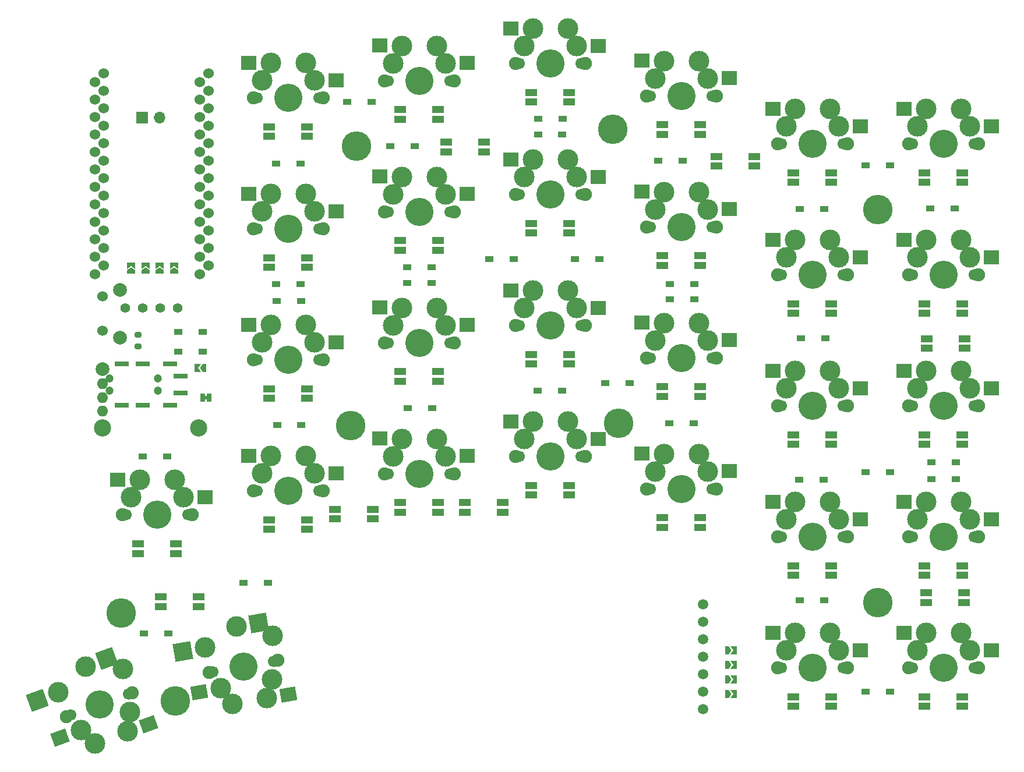
<source format=gbr>
G04 #@! TF.GenerationSoftware,KiCad,Pcbnew,8.0.5*
G04 #@! TF.CreationDate,2024-11-19T21:37:07+08:00*
G04 #@! TF.ProjectId,keyball61_right,6b657962-616c-46c3-9631-5f7269676874,rev?*
G04 #@! TF.SameCoordinates,Original*
G04 #@! TF.FileFunction,Soldermask,Top*
G04 #@! TF.FilePolarity,Negative*
%FSLAX46Y46*%
G04 Gerber Fmt 4.6, Leading zero omitted, Abs format (unit mm)*
G04 Created by KiCad (PCBNEW 8.0.5) date 2024-11-19 21:37:07*
%MOMM*%
%LPD*%
G01*
G04 APERTURE LIST*
G04 Aperture macros list*
%AMRoundRect*
0 Rectangle with rounded corners*
0 $1 Rounding radius*
0 $2 $3 $4 $5 $6 $7 $8 $9 X,Y pos of 4 corners*
0 Add a 4 corners polygon primitive as box body*
4,1,4,$2,$3,$4,$5,$6,$7,$8,$9,$2,$3,0*
0 Add four circle primitives for the rounded corners*
1,1,$1+$1,$2,$3*
1,1,$1+$1,$4,$5*
1,1,$1+$1,$6,$7*
1,1,$1+$1,$8,$9*
0 Add four rect primitives between the rounded corners*
20,1,$1+$1,$2,$3,$4,$5,0*
20,1,$1+$1,$4,$5,$6,$7,0*
20,1,$1+$1,$6,$7,$8,$9,0*
20,1,$1+$1,$8,$9,$2,$3,0*%
%AMRotRect*
0 Rectangle, with rotation*
0 The origin of the aperture is its center*
0 $1 length*
0 $2 width*
0 $3 Rotation angle, in degrees counterclockwise*
0 Add horizontal line*
21,1,$1,$2,0,0,$3*%
%AMFreePoly0*
4,1,7,0.575000,0.000000,0.175000,-0.571500,-0.175000,-0.571500,-0.300000,-0.571500,-0.300000,0.571500,0.175000,0.571500,0.575000,0.000000,0.575000,0.000000,$1*%
%AMFreePoly1*
4,1,8,0.317500,-0.571500,0.175000,-0.571500,-0.175000,-0.571500,-0.575000,-0.571500,-0.175000,0.000000,-0.575000,0.571500,0.317500,0.571500,0.317500,-0.571500,0.317500,-0.571500,$1*%
G04 Aperture macros list end*
%ADD10C,1.397000*%
%ADD11C,1.500000*%
%ADD12C,2.500000*%
%ADD13C,4.300000*%
%ADD14C,1.200000*%
%ADD15R,2.100000X0.800000*%
%ADD16FreePoly0,0.000000*%
%ADD17FreePoly1,0.000000*%
%ADD18FreePoly0,90.000000*%
%ADD19FreePoly1,90.000000*%
%ADD20FreePoly0,180.000000*%
%ADD21FreePoly1,180.000000*%
%ADD22R,0.400000X0.600000*%
%ADD23R,0.635000X1.143000*%
%ADD24R,1.700000X1.000000*%
%ADD25RoundRect,0.200000X0.275000X-0.200000X0.275000X0.200000X-0.275000X0.200000X-0.275000X-0.200000X0*%
%ADD26C,1.900000*%
%ADD27C,1.700000*%
%ADD28C,3.000000*%
%ADD29C,4.100000*%
%ADD30R,2.300000X2.000000*%
%ADD31RotRect,2.300000X2.000000X10.000000*%
%ADD32RotRect,2.600000X2.600000X190.000000*%
%ADD33C,1.524000*%
%ADD34RotRect,2.300000X2.000000X20.000000*%
%ADD35RotRect,2.600000X2.600000X200.000000*%
%ADD36C,2.000000*%
%ADD37R,1.300000X0.950000*%
%ADD38O,1.600000X1.600000*%
%ADD39R,1.700000X1.700000*%
%ADD40O,1.700000X1.700000*%
G04 APERTURE END LIST*
D10*
X94280001Y-81879712D03*
X96820001Y-81879712D03*
X99360001Y-81879712D03*
X101900001Y-81879712D03*
D11*
X178271000Y-124925000D03*
X178271000Y-127465000D03*
X178271000Y-130005000D03*
X178271000Y-132545000D03*
X178271000Y-135085000D03*
X178271000Y-137625000D03*
X178271000Y-140165000D03*
D12*
X104989000Y-99294700D03*
X90989100Y-99294700D03*
D13*
X165167000Y-55844700D03*
X127903000Y-58344700D03*
X127067000Y-98944700D03*
X93675100Y-126205000D03*
X203685000Y-67544700D03*
X203685000Y-124695000D03*
X101589000Y-139008000D03*
X166003000Y-98644700D03*
D14*
X92004100Y-93870000D03*
X99004100Y-93870000D03*
X92004100Y-92120000D03*
X99004100Y-92120000D03*
D15*
X102304100Y-94220000D03*
X102304100Y-91770000D03*
X93804100Y-95970000D03*
X93804100Y-90020000D03*
X96804100Y-95970000D03*
X96804100Y-90020000D03*
X100804100Y-95970000D03*
X100804100Y-90020000D03*
D16*
X181809620Y-131669424D03*
D17*
X182810380Y-131669424D03*
D18*
X95110000Y-76570080D03*
D19*
X95110000Y-75569320D03*
D16*
X181809620Y-133769424D03*
D17*
X182810380Y-133769424D03*
D18*
X97210000Y-76570080D03*
D19*
X97210000Y-75569320D03*
D16*
X181809620Y-135869424D03*
D17*
X182810380Y-135869424D03*
D18*
X99310000Y-76570080D03*
D19*
X99310000Y-75569320D03*
D16*
X181809620Y-137969424D03*
D17*
X182810380Y-137969424D03*
D18*
X101400000Y-76570080D03*
D19*
X101400000Y-75569320D03*
D20*
X105680381Y-90559712D03*
D21*
X104679621Y-90559712D03*
D22*
X106010000Y-94869700D03*
D23*
X106510380Y-94869700D03*
X105509620Y-94869700D03*
D24*
X104960000Y-125270000D03*
X104960000Y-123870000D03*
X99460000Y-123870000D03*
X99460000Y-125270000D03*
X130259000Y-112529712D03*
X130259000Y-111129712D03*
X124759000Y-111129712D03*
X124759000Y-112529712D03*
X216189000Y-124705000D03*
X216189000Y-123305000D03*
X210689000Y-123305000D03*
X210689000Y-124705000D03*
X216269000Y-87744700D03*
X216269000Y-86344700D03*
X210769000Y-86344700D03*
X210769000Y-87744700D03*
X185699000Y-61234700D03*
X185699000Y-59834700D03*
X180199000Y-59834700D03*
X180199000Y-61234700D03*
X146409000Y-59174700D03*
X146409000Y-57774700D03*
X140909000Y-57774700D03*
X140909000Y-59174700D03*
X215960000Y-62219700D03*
X215960000Y-63619700D03*
X210460000Y-63619700D03*
X210460000Y-62219700D03*
X215960000Y-81269700D03*
X215960000Y-82669700D03*
X210460000Y-82669700D03*
X210460000Y-81269700D03*
X215960000Y-100320000D03*
X215960000Y-101720000D03*
X210460000Y-101720000D03*
X210460000Y-100320000D03*
X215960000Y-119370000D03*
X215960000Y-120770000D03*
X210460000Y-120770000D03*
X210460000Y-119370000D03*
X215960000Y-138420000D03*
X215960000Y-139820000D03*
X210460000Y-139820000D03*
X210460000Y-138420000D03*
X196910000Y-62219700D03*
X196910000Y-63619700D03*
X191410000Y-63619700D03*
X191410000Y-62219700D03*
X196910000Y-81269700D03*
X196910000Y-82669700D03*
X191410000Y-82669700D03*
X191410000Y-81269700D03*
X196910000Y-100320000D03*
X196910000Y-101720000D03*
X191410000Y-101720000D03*
X191410000Y-100320000D03*
X196910000Y-119370000D03*
X196910000Y-120770000D03*
X191410000Y-120770000D03*
X191410000Y-119370000D03*
X196910000Y-138420000D03*
X196910000Y-139820000D03*
X191410000Y-139820000D03*
X191410000Y-138420000D03*
X177860000Y-55219700D03*
X177860000Y-56619700D03*
X172360000Y-56619700D03*
X172360000Y-55219700D03*
X177860000Y-74269700D03*
X177860000Y-75669700D03*
X172360000Y-75669700D03*
X172360000Y-74269700D03*
X177860000Y-93319700D03*
X177860000Y-94719700D03*
X172360000Y-94719700D03*
X172360000Y-93319700D03*
X177860000Y-112370000D03*
X177860000Y-113770000D03*
X172360000Y-113770000D03*
X172360000Y-112370000D03*
X158810000Y-50519700D03*
X158810000Y-51919700D03*
X153310000Y-51919700D03*
X153310000Y-50519700D03*
X158810000Y-69569700D03*
X158810000Y-70969700D03*
X153310000Y-70969700D03*
X153310000Y-69569700D03*
X158810000Y-88619700D03*
X158810000Y-90019700D03*
X153310000Y-90019700D03*
X153310000Y-88619700D03*
X158810000Y-107670000D03*
X158810000Y-109070000D03*
X153310000Y-109070000D03*
X153310000Y-107670000D03*
X139760000Y-53019700D03*
X139760000Y-54419700D03*
X134260000Y-54419700D03*
X134260000Y-53019700D03*
X139760000Y-72069700D03*
X139760000Y-73469700D03*
X134260000Y-73469700D03*
X134260000Y-72069700D03*
X139760000Y-91119700D03*
X139760000Y-92519700D03*
X134260000Y-92519700D03*
X134260000Y-91119700D03*
X139760000Y-110170000D03*
X139760000Y-111570000D03*
X134260000Y-111570000D03*
X134260000Y-110170000D03*
X120710000Y-55519700D03*
X120710000Y-56919700D03*
X115210000Y-56919700D03*
X115210000Y-55519700D03*
X120710000Y-74569700D03*
X120710000Y-75969700D03*
X115210000Y-75969700D03*
X115210000Y-74569700D03*
X120710000Y-93619700D03*
X120710000Y-95019700D03*
X115210000Y-95019700D03*
X115210000Y-93619700D03*
X120710000Y-112670000D03*
X120710000Y-114070000D03*
X115210000Y-114070000D03*
X115210000Y-112670000D03*
X101660000Y-116170000D03*
X101660000Y-117570000D03*
X96160000Y-117570000D03*
X96160000Y-116170000D03*
D25*
X96110001Y-87419712D03*
X96110001Y-85769712D03*
D26*
X208130000Y-58019700D03*
D27*
X208710000Y-58019700D03*
D28*
X209400000Y-55479700D03*
X210670000Y-52939700D03*
D29*
X213210000Y-58019700D03*
D28*
X215750000Y-52939700D03*
X217020000Y-55479699D03*
D27*
X217710000Y-58019700D03*
D26*
X218290000Y-58019700D03*
D30*
X207510000Y-52899700D03*
X220210000Y-55439700D03*
D26*
X189080000Y-58019700D03*
D27*
X189660000Y-58019700D03*
D28*
X190350000Y-55479700D03*
X191620000Y-52939700D03*
D29*
X194160000Y-58019700D03*
D28*
X196700000Y-52939700D03*
X197970000Y-55479699D03*
D27*
X198660000Y-58019700D03*
D26*
X199240000Y-58019700D03*
D30*
X188460000Y-52899700D03*
X201160000Y-55439700D03*
D26*
X170030000Y-51019700D03*
D27*
X170610000Y-51019700D03*
D28*
X171300000Y-48479700D03*
X172570000Y-45939700D03*
D29*
X175110000Y-51019700D03*
D28*
X177650000Y-45939700D03*
X178920000Y-48479699D03*
D27*
X179610000Y-51019700D03*
D26*
X180190000Y-51019700D03*
D30*
X169410000Y-45899700D03*
X182110000Y-48439700D03*
D26*
X150980000Y-46319700D03*
D27*
X151560000Y-46319700D03*
D28*
X152250000Y-43779700D03*
X153520000Y-41239700D03*
D29*
X156060000Y-46319700D03*
D28*
X158600000Y-41239700D03*
X159870000Y-43779699D03*
D27*
X160560000Y-46319700D03*
D26*
X161140000Y-46319700D03*
D30*
X150360000Y-41199700D03*
X163060000Y-43739700D03*
D26*
X131930000Y-48819700D03*
D27*
X132510000Y-48819700D03*
D28*
X133200000Y-46279700D03*
X134470000Y-43739700D03*
D29*
X137010000Y-48819700D03*
D28*
X139550000Y-43739700D03*
X140820000Y-46279699D03*
D27*
X141510000Y-48819700D03*
D26*
X142090000Y-48819700D03*
D30*
X131310000Y-43699700D03*
X144010000Y-46239700D03*
D26*
X112880000Y-51319700D03*
D27*
X113460000Y-51319700D03*
D28*
X114150000Y-48779700D03*
X115420000Y-46239700D03*
D29*
X117960000Y-51319700D03*
D28*
X120500000Y-46239700D03*
X121770000Y-48779699D03*
D27*
X122460000Y-51319700D03*
D26*
X123040000Y-51319700D03*
D30*
X112260000Y-46199700D03*
X124960000Y-48739700D03*
D26*
X208130000Y-77069700D03*
D27*
X208710000Y-77069700D03*
D28*
X209400000Y-74529700D03*
X210670000Y-71989700D03*
D29*
X213210000Y-77069700D03*
D28*
X215750000Y-71989700D03*
X217020000Y-74529699D03*
D27*
X217710000Y-77069700D03*
D26*
X218290000Y-77069700D03*
D30*
X207510000Y-71949700D03*
X220210000Y-74489700D03*
D26*
X170030000Y-70069700D03*
D27*
X170610000Y-70069700D03*
D28*
X171300000Y-67529700D03*
X172570000Y-64989700D03*
D29*
X175110000Y-70069700D03*
D28*
X177650000Y-64989700D03*
X178920000Y-67529699D03*
D27*
X179610000Y-70069700D03*
D26*
X180190000Y-70069700D03*
D30*
X169410000Y-64949700D03*
X182110000Y-67489700D03*
D26*
X150980000Y-65369700D03*
D27*
X151560000Y-65369700D03*
D28*
X152250000Y-62829700D03*
X153520000Y-60289700D03*
D29*
X156060000Y-65369700D03*
D28*
X158600000Y-60289700D03*
X159870000Y-62829699D03*
D27*
X160560000Y-65369700D03*
D26*
X161140000Y-65369700D03*
D30*
X150360000Y-60249700D03*
X163060000Y-62789700D03*
D26*
X131930000Y-67869700D03*
D27*
X132510000Y-67869700D03*
D28*
X133200000Y-65329700D03*
X134470000Y-62789700D03*
D29*
X137010000Y-67869700D03*
D28*
X139550000Y-62789700D03*
X140820000Y-65329699D03*
D27*
X141510000Y-67869700D03*
D26*
X142090000Y-67869700D03*
D30*
X131310000Y-62749700D03*
X144010000Y-65289700D03*
D26*
X112880000Y-70369700D03*
D27*
X113460000Y-70369700D03*
D28*
X114150000Y-67829700D03*
X115420000Y-65289700D03*
D29*
X117960000Y-70369700D03*
D28*
X120500000Y-65289700D03*
X121770000Y-67829699D03*
D27*
X122460000Y-70369700D03*
D26*
X123040000Y-70369700D03*
D30*
X112260000Y-65249700D03*
X124960000Y-67789700D03*
D26*
X208130000Y-96119700D03*
D27*
X208710000Y-96119700D03*
D28*
X209400000Y-93579700D03*
X210670000Y-91039700D03*
D29*
X213210000Y-96119700D03*
D28*
X215750000Y-91039700D03*
X217020000Y-93579699D03*
D27*
X217710000Y-96119700D03*
D26*
X218290000Y-96119700D03*
D30*
X207510000Y-90999700D03*
X220210000Y-93539700D03*
D26*
X189080000Y-96119700D03*
D27*
X189660000Y-96119700D03*
D28*
X190350000Y-93579700D03*
X191620000Y-91039700D03*
D29*
X194160000Y-96119700D03*
D28*
X196700000Y-91039700D03*
X197970000Y-93579699D03*
D27*
X198660000Y-96119700D03*
D26*
X199240000Y-96119700D03*
D30*
X188460000Y-90999700D03*
X201160000Y-93539700D03*
D26*
X170030000Y-89119700D03*
D27*
X170610000Y-89119700D03*
D28*
X171300000Y-86579700D03*
X172570000Y-84039700D03*
D29*
X175110000Y-89119700D03*
D28*
X177650000Y-84039700D03*
X178920000Y-86579699D03*
D27*
X179610000Y-89119700D03*
D26*
X180190000Y-89119700D03*
D30*
X169410000Y-83999700D03*
X182110000Y-86539700D03*
D26*
X150980000Y-84419700D03*
D27*
X151560000Y-84419700D03*
D28*
X152250000Y-81879700D03*
X153520000Y-79339700D03*
D29*
X156060000Y-84419700D03*
D28*
X158600000Y-79339700D03*
X159870000Y-81879699D03*
D27*
X160560000Y-84419700D03*
D26*
X161140000Y-84419700D03*
D30*
X150360000Y-79299700D03*
X163060000Y-81839700D03*
D26*
X131930000Y-86919700D03*
D27*
X132510000Y-86919700D03*
D28*
X133200000Y-84379700D03*
X134470000Y-81839700D03*
D29*
X137010000Y-86919700D03*
D28*
X139550000Y-81839700D03*
X140820000Y-84379699D03*
D27*
X141510000Y-86919700D03*
D26*
X142090000Y-86919700D03*
D30*
X131310000Y-81799700D03*
X144010000Y-84339700D03*
D26*
X112880000Y-89419700D03*
D27*
X113460000Y-89419700D03*
D28*
X114150000Y-86879700D03*
X115420000Y-84339700D03*
D29*
X117960000Y-89419700D03*
D28*
X120500000Y-84339700D03*
X121770000Y-86879699D03*
D27*
X122460000Y-89419700D03*
D26*
X123040000Y-89419700D03*
D30*
X112260000Y-84299700D03*
X124960000Y-86839700D03*
D26*
X208130000Y-115170000D03*
D27*
X208710000Y-115170000D03*
D28*
X209400000Y-112630000D03*
X210670000Y-110090000D03*
D29*
X213210000Y-115170000D03*
D28*
X215750000Y-110090000D03*
X217020000Y-112629999D03*
D27*
X217710000Y-115170000D03*
D26*
X218290000Y-115170000D03*
D30*
X207510000Y-110050000D03*
X220210000Y-112590000D03*
D26*
X189080000Y-115170000D03*
D27*
X189660000Y-115170000D03*
D28*
X190350000Y-112630000D03*
X191620000Y-110090000D03*
D29*
X194160000Y-115170000D03*
D28*
X196700000Y-110090000D03*
X197970000Y-112629999D03*
D27*
X198660000Y-115170000D03*
D26*
X199240000Y-115170000D03*
D30*
X188460000Y-110050000D03*
X201160000Y-112590000D03*
D26*
X170030000Y-108170000D03*
D27*
X170610000Y-108170000D03*
D28*
X171300000Y-105630000D03*
X172570000Y-103090000D03*
D29*
X175110000Y-108170000D03*
D28*
X177650000Y-103090000D03*
X178920000Y-105629999D03*
D27*
X179610000Y-108170000D03*
D26*
X180190000Y-108170000D03*
D30*
X169410000Y-103050000D03*
X182110000Y-105590000D03*
D26*
X150980000Y-103470000D03*
D27*
X151560000Y-103470000D03*
D28*
X152250000Y-100930000D03*
X153520000Y-98390000D03*
D29*
X156060000Y-103470000D03*
D28*
X158600000Y-98390000D03*
X159870000Y-100929999D03*
D27*
X160560000Y-103470000D03*
D26*
X161140000Y-103470000D03*
D30*
X150360000Y-98350000D03*
X163060000Y-100890000D03*
D26*
X131930000Y-105970000D03*
D27*
X132510000Y-105970000D03*
D28*
X133200000Y-103430000D03*
X134470000Y-100890000D03*
D29*
X137010000Y-105970000D03*
D28*
X139550000Y-100890000D03*
X140820000Y-103429999D03*
D27*
X141510000Y-105970000D03*
D26*
X142090000Y-105970000D03*
D30*
X131310000Y-100850000D03*
X144010000Y-103390000D03*
D26*
X112880000Y-108470000D03*
D27*
X113460000Y-108470000D03*
D28*
X114150000Y-105930000D03*
X115420000Y-103390000D03*
D29*
X117960000Y-108470000D03*
D28*
X120500000Y-103390000D03*
X121770000Y-105929999D03*
D27*
X122460000Y-108470000D03*
D26*
X123040000Y-108470000D03*
D30*
X112260000Y-103350000D03*
X124960000Y-105890000D03*
D26*
X93830000Y-111970000D03*
D27*
X94410000Y-111970000D03*
D28*
X95100000Y-109430000D03*
X96370000Y-106890000D03*
D29*
X98910000Y-111970000D03*
D28*
X101450000Y-106890000D03*
X102720000Y-109429999D03*
D27*
X103410000Y-111970000D03*
D26*
X103990000Y-111970000D03*
D30*
X93210000Y-106850000D03*
X105910000Y-109390000D03*
D26*
X208130000Y-134220000D03*
D27*
X208710000Y-134220000D03*
D28*
X209400000Y-131680000D03*
X210670000Y-129140000D03*
D29*
X213210000Y-134220000D03*
D28*
X215750000Y-129140000D03*
X217020000Y-131679999D03*
D27*
X217710000Y-134220000D03*
D26*
X218290000Y-134220000D03*
D30*
X207510000Y-129100000D03*
X220210000Y-131640000D03*
D26*
X116454823Y-133134867D03*
D28*
X115733541Y-129504970D03*
D27*
X115883635Y-133235583D03*
D28*
X115645184Y-135856812D03*
X114835544Y-138578757D03*
D29*
X111452000Y-134017000D03*
D28*
X110427476Y-128206634D03*
X110427476Y-128206634D03*
X109832721Y-139460890D03*
X108140949Y-137180012D03*
D27*
X107020365Y-134798417D03*
D28*
X105885463Y-131241452D03*
D26*
X106449177Y-134899133D03*
D31*
X117954483Y-138069421D03*
D32*
X113677341Y-127633595D03*
D31*
X105006358Y-137773341D03*
D32*
X102635597Y-131814491D03*
D33*
X89847700Y-49060000D03*
X106394100Y-47790000D03*
X89847700Y-51600000D03*
X106394100Y-50330000D03*
X89847700Y-54140000D03*
X106394100Y-52870000D03*
X89847700Y-56680000D03*
X106394100Y-55410000D03*
X89847700Y-59220000D03*
X106394100Y-57950000D03*
X89847700Y-61760000D03*
X106394100Y-60490000D03*
X89847700Y-64300000D03*
X106394100Y-63030000D03*
X89847700Y-66840000D03*
X106394100Y-65570000D03*
X89847700Y-69380000D03*
X106394100Y-68110000D03*
X89847700Y-71920000D03*
X106394100Y-70650000D03*
X89847700Y-74460000D03*
X106394100Y-73190000D03*
X89847700Y-77000000D03*
X106394100Y-75730000D03*
X91174100Y-75730000D03*
X105087700Y-77000000D03*
X91174100Y-73190000D03*
X105087700Y-74460000D03*
X91174100Y-70650000D03*
X105087700Y-71920000D03*
X91174100Y-68110000D03*
X105087700Y-69380000D03*
X91174100Y-65570000D03*
X105087700Y-66840000D03*
X91174100Y-63030000D03*
X105087700Y-64300000D03*
X91174100Y-60490000D03*
X105087700Y-61760000D03*
X91174100Y-57950000D03*
X105087700Y-59220000D03*
X91174100Y-55410000D03*
X105087700Y-56680000D03*
X91174100Y-52870000D03*
X105087700Y-54140000D03*
X91174100Y-50330000D03*
X105087700Y-51600000D03*
X91174100Y-47790000D03*
X105087700Y-49060000D03*
D26*
X189080000Y-134220000D03*
D27*
X189660000Y-134220000D03*
D28*
X190350000Y-131680000D03*
X191620000Y-129140000D03*
D29*
X194160000Y-134220000D03*
D28*
X196700000Y-129140000D03*
X197970000Y-131679999D03*
D27*
X198660000Y-134220000D03*
D26*
X199240000Y-134220000D03*
D30*
X188460000Y-129100000D03*
X201160000Y-131640000D03*
D26*
X95306139Y-137796538D03*
D28*
X93965489Y-134347038D03*
D27*
X94761117Y-137994909D03*
D28*
X94981460Y-140617723D03*
X94656783Y-143438907D03*
D29*
X90532500Y-139534000D03*
D28*
X88514581Y-133989814D03*
X88514581Y-133989814D03*
X89883143Y-145176370D03*
X87821003Y-143223917D03*
D27*
X86303883Y-141073091D03*
D28*
X84568562Y-137767238D03*
D26*
X85758861Y-141271462D03*
D34*
X97639891Y-142395711D03*
D35*
X91615567Y-132861147D03*
D34*
X84837064Y-144352548D03*
D35*
X81467577Y-138895904D03*
D33*
X91010001Y-80209712D03*
X91010001Y-85209712D03*
D36*
X93510001Y-79209712D03*
X93510001Y-86209712D03*
D37*
X201895000Y-61169700D03*
X205445000Y-61169700D03*
X192335000Y-67469700D03*
X195885000Y-67469700D03*
X171735000Y-60469700D03*
X175285000Y-60469700D03*
X154295001Y-54329712D03*
X157845001Y-54329712D03*
X132835000Y-58369700D03*
X136385000Y-58369700D03*
X126555000Y-51899700D03*
X130105000Y-51899700D03*
X211335000Y-67369700D03*
X214885000Y-67369700D03*
X192535000Y-86269700D03*
X196085000Y-86269700D03*
X173435000Y-78369700D03*
X176985000Y-78369700D03*
X159635000Y-74769700D03*
X163185000Y-74769700D03*
X147235000Y-74769700D03*
X150785000Y-74769700D03*
X116235000Y-60869700D03*
X119785000Y-60869700D03*
X211475000Y-104290000D03*
X215025000Y-104290000D03*
X201935000Y-105770000D03*
X205485000Y-105770000D03*
X173435000Y-80569700D03*
X176985000Y-80569700D03*
X164035000Y-92769700D03*
X167585000Y-92769700D03*
X135305001Y-75909712D03*
X138855001Y-75909712D03*
X116255001Y-78399712D03*
X119805001Y-78399712D03*
X211485000Y-106730000D03*
X215035000Y-106730000D03*
X192215000Y-106830000D03*
X195765000Y-106830000D03*
X173385000Y-98669700D03*
X176935000Y-98669700D03*
X154235000Y-93869700D03*
X157785000Y-93869700D03*
X135335000Y-96469700D03*
X138885000Y-96469700D03*
X116345000Y-98869700D03*
X119895000Y-98869700D03*
X96835000Y-103470000D03*
X100385000Y-103470000D03*
X201925000Y-137630000D03*
X205475000Y-137630000D03*
X192335000Y-124370000D03*
X195885000Y-124370000D03*
X111515001Y-121839712D03*
X115065001Y-121839712D03*
X96995001Y-129159712D03*
X100545001Y-129159712D03*
X102015001Y-85339712D03*
X105565001Y-85339712D03*
X154275001Y-56669712D03*
X157825001Y-56669712D03*
X135285001Y-78229712D03*
X138835001Y-78229712D03*
X116275001Y-80829712D03*
X119825001Y-80829712D03*
X102005001Y-88179712D03*
X105555001Y-88179712D03*
D38*
X90985001Y-96894712D03*
X90985001Y-94894712D03*
X90985001Y-92894712D03*
D36*
X90985001Y-90744712D03*
X90985001Y-99044712D03*
D39*
X96735001Y-54169712D03*
D40*
X99275001Y-54169712D03*
D24*
X149160000Y-111590000D03*
X149160000Y-110190000D03*
X143660000Y-110190000D03*
X143660000Y-111590000D03*
D26*
X189080000Y-77069700D03*
D27*
X189660000Y-77069700D03*
D28*
X190350000Y-74529700D03*
X191620000Y-71989700D03*
D29*
X194160000Y-77069700D03*
D28*
X196700000Y-71989700D03*
X197970000Y-74529699D03*
D27*
X198660000Y-77069700D03*
D26*
X199240000Y-77069700D03*
D30*
X188460000Y-71949700D03*
X201160000Y-74489700D03*
M02*

</source>
